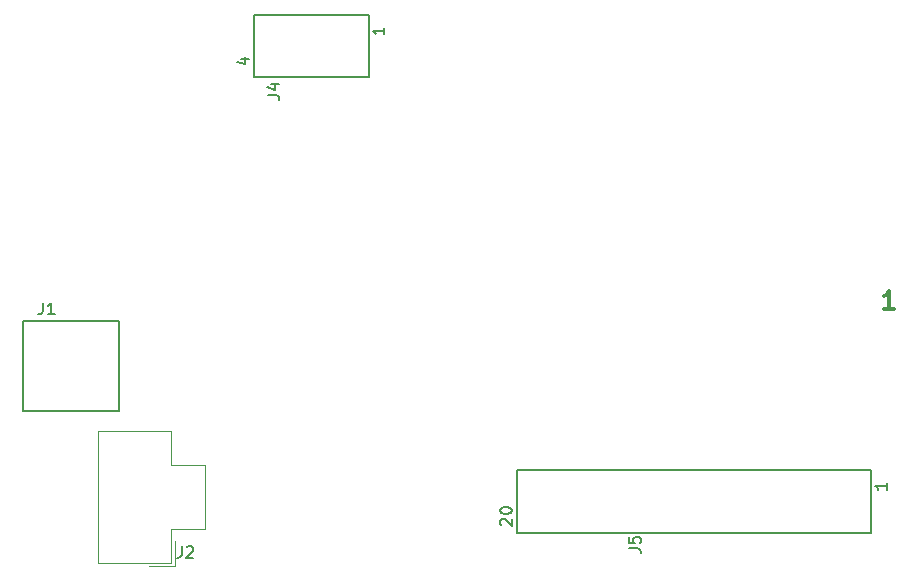
<source format=gto>
G04 #@! TF.GenerationSoftware,KiCad,Pcbnew,5.0.2-bee76a0~70~ubuntu18.04.1*
G04 #@! TF.CreationDate,2019-04-11T23:01:23-04:00*
G04 #@! TF.ProjectId,interface_rev2,696e7465-7266-4616-9365-5f726576322e,rev?*
G04 #@! TF.SameCoordinates,Original*
G04 #@! TF.FileFunction,Legend,Top*
G04 #@! TF.FilePolarity,Positive*
%FSLAX46Y46*%
G04 Gerber Fmt 4.6, Leading zero omitted, Abs format (unit mm)*
G04 Created by KiCad (PCBNEW 5.0.2-bee76a0~70~ubuntu18.04.1) date Thu 11 Apr 2019 11:01:23 PM EDT*
%MOMM*%
%LPD*%
G01*
G04 APERTURE LIST*
%ADD10C,0.300000*%
%ADD11C,0.150000*%
%ADD12C,0.120000*%
G04 APERTURE END LIST*
D10*
X186178771Y-106672771D02*
X185321628Y-106672771D01*
X185750200Y-106672771D02*
X185750200Y-105172771D01*
X185607342Y-105387057D01*
X185464485Y-105529914D01*
X185321628Y-105601342D01*
D11*
G04 #@! TO.C,J1*
X112395000Y-115341400D02*
X112395000Y-107721400D01*
X120523000Y-115341400D02*
X112395000Y-115341400D01*
X120523000Y-107721400D02*
X120523000Y-115341400D01*
X112395000Y-107721400D02*
X120523000Y-107721400D01*
G04 #@! TO.C,J5*
X154219500Y-125627500D02*
X184229500Y-125627500D01*
X154219500Y-120327500D02*
X184229500Y-120327500D01*
X184229500Y-120327500D02*
X184229500Y-125627500D01*
X154219500Y-120327500D02*
X154219500Y-125627500D01*
D12*
G04 #@! TO.C,J2*
X125276500Y-128495000D02*
X125276500Y-126365000D01*
X123126500Y-128495000D02*
X125276500Y-128495000D01*
X127836500Y-119905000D02*
X127836500Y-122615000D01*
X124976500Y-119905000D02*
X127836500Y-119905000D01*
X124976500Y-117035000D02*
X124976500Y-119905000D01*
X118776500Y-117035000D02*
X124976500Y-117035000D01*
X118776500Y-122615000D02*
X118776500Y-117035000D01*
X127836500Y-125325000D02*
X127836500Y-122615000D01*
X124976500Y-125325000D02*
X127836500Y-125325000D01*
X124976500Y-128195000D02*
X124976500Y-125325000D01*
X118776500Y-128195000D02*
X124976500Y-128195000D01*
X118776500Y-122615000D02*
X118776500Y-128195000D01*
D11*
G04 #@! TO.C,J4*
X131997500Y-87089500D02*
X141687500Y-87089500D01*
X131997500Y-81789500D02*
X141687500Y-81789500D01*
X141687500Y-81789500D02*
X141687500Y-87089500D01*
X131997500Y-81789500D02*
X131997500Y-87089500D01*
G04 #@! TO.C,J1*
X114093666Y-106157780D02*
X114093666Y-106872066D01*
X114046047Y-107014923D01*
X113950809Y-107110161D01*
X113807952Y-107157780D01*
X113712714Y-107157780D01*
X115093666Y-107157780D02*
X114522238Y-107157780D01*
X114807952Y-107157780D02*
X114807952Y-106157780D01*
X114712714Y-106300638D01*
X114617476Y-106395876D01*
X114522238Y-106443495D01*
G04 #@! TO.C,J5*
X163723880Y-126974333D02*
X164438166Y-126974333D01*
X164581023Y-127021952D01*
X164676261Y-127117190D01*
X164723880Y-127260047D01*
X164723880Y-127355285D01*
X163723880Y-126021952D02*
X163723880Y-126498142D01*
X164200071Y-126545761D01*
X164152452Y-126498142D01*
X164104833Y-126402904D01*
X164104833Y-126164809D01*
X164152452Y-126069571D01*
X164200071Y-126021952D01*
X164295309Y-125974333D01*
X164533404Y-125974333D01*
X164628642Y-126021952D01*
X164676261Y-126069571D01*
X164723880Y-126164809D01*
X164723880Y-126402904D01*
X164676261Y-126498142D01*
X164628642Y-126545761D01*
X185551880Y-121421785D02*
X185551880Y-121993214D01*
X185551880Y-121707500D02*
X184551880Y-121707500D01*
X184694738Y-121802738D01*
X184789976Y-121897976D01*
X184837595Y-121993214D01*
X152897119Y-125009404D02*
X152849500Y-124961785D01*
X152801880Y-124866547D01*
X152801880Y-124628452D01*
X152849500Y-124533214D01*
X152897119Y-124485595D01*
X152992357Y-124437976D01*
X153087595Y-124437976D01*
X153230452Y-124485595D01*
X153801880Y-125057023D01*
X153801880Y-124437976D01*
X152801880Y-123818928D02*
X152801880Y-123723690D01*
X152849500Y-123628452D01*
X152897119Y-123580833D01*
X152992357Y-123533214D01*
X153182833Y-123485595D01*
X153420928Y-123485595D01*
X153611404Y-123533214D01*
X153706642Y-123580833D01*
X153754261Y-123628452D01*
X153801880Y-123723690D01*
X153801880Y-123818928D01*
X153754261Y-123914166D01*
X153706642Y-123961785D01*
X153611404Y-124009404D01*
X153420928Y-124057023D01*
X153182833Y-124057023D01*
X152992357Y-124009404D01*
X152897119Y-123961785D01*
X152849500Y-123914166D01*
X152801880Y-123818928D01*
G04 #@! TO.C,J2*
X125841166Y-126769880D02*
X125841166Y-127484166D01*
X125793547Y-127627023D01*
X125698309Y-127722261D01*
X125555452Y-127769880D01*
X125460214Y-127769880D01*
X126269738Y-126865119D02*
X126317357Y-126817500D01*
X126412595Y-126769880D01*
X126650690Y-126769880D01*
X126745928Y-126817500D01*
X126793547Y-126865119D01*
X126841166Y-126960357D01*
X126841166Y-127055595D01*
X126793547Y-127198452D01*
X126222119Y-127769880D01*
X126841166Y-127769880D01*
G04 #@! TO.C,J4*
X133119880Y-88582833D02*
X133834166Y-88582833D01*
X133977023Y-88630452D01*
X134072261Y-88725690D01*
X134119880Y-88868547D01*
X134119880Y-88963785D01*
X133453214Y-87678071D02*
X134119880Y-87678071D01*
X133072261Y-87916166D02*
X133786547Y-88154261D01*
X133786547Y-87535214D01*
X143009880Y-82883785D02*
X143009880Y-83455214D01*
X143009880Y-83169500D02*
X142009880Y-83169500D01*
X142152738Y-83264738D01*
X142247976Y-83359976D01*
X142295595Y-83455214D01*
X130913214Y-85519023D02*
X131579880Y-85519023D01*
X130532261Y-85757119D02*
X131246547Y-85995214D01*
X131246547Y-85376166D01*
G04 #@! TD*
M02*

</source>
